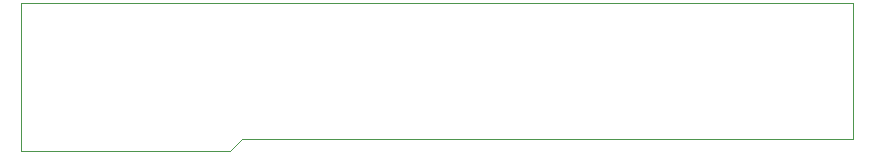
<source format=gbr>
%TF.GenerationSoftware,KiCad,Pcbnew,9.0.3-9.0.3-0~ubuntu24.04.1*%
%TF.CreationDate,2025-09-10T15:10:14+02:00*%
%TF.ProjectId,debix_rpi_22,64656269-785f-4727-9069-5f32322e6b69,rev?*%
%TF.SameCoordinates,Original*%
%TF.FileFunction,Profile,NP*%
%FSLAX46Y46*%
G04 Gerber Fmt 4.6, Leading zero omitted, Abs format (unit mm)*
G04 Created by KiCad (PCBNEW 9.0.3-9.0.3-0~ubuntu24.04.1) date 2025-09-10 15:10:14*
%MOMM*%
%LPD*%
G01*
G04 APERTURE LIST*
%TA.AperFunction,Profile*%
%ADD10C,0.050000*%
%TD*%
G04 APERTURE END LIST*
D10*
X109800000Y-142000000D02*
X127500000Y-142000000D01*
X180200000Y-129500000D02*
X109800000Y-129500000D01*
X109800000Y-129500000D02*
X109800000Y-142000000D01*
X180200000Y-141000000D02*
X128500000Y-141000000D01*
X127500000Y-142000000D02*
X128500000Y-141000000D01*
X180200000Y-141000000D02*
X180200000Y-129500000D01*
M02*

</source>
